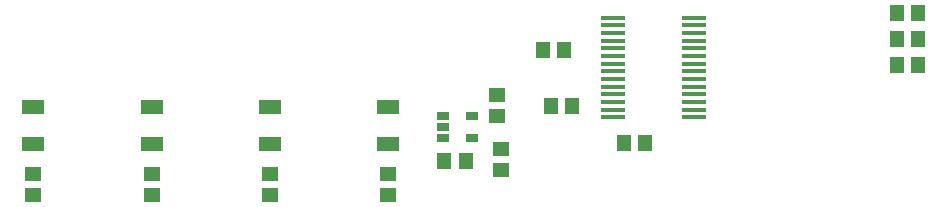
<source format=gtp>
%FSTAX24Y24*%
%MOIN*%
G70*
G01*
G75*
G04 Layer_Color=8421504*
%ADD10R,0.0532X0.0472*%
%ADD11R,0.0728X0.0472*%
%ADD12R,0.0472X0.0532*%
%ADD13R,0.0807X0.0157*%
%ADD14R,0.0433X0.0256*%
%ADD15R,0.0472X0.0551*%
%ADD16R,0.0551X0.0472*%
%ADD17C,0.0100*%
%ADD18C,0.0200*%
G04:AMPARAMS|DCode=19|XSize=78.7mil|YSize=60mil|CornerRadius=0mil|HoleSize=0mil|Usage=FLASHONLY|Rotation=0.000|XOffset=0mil|YOffset=0mil|HoleType=Round|Shape=Octagon|*
%AMOCTAGOND19*
4,1,8,0.0394,-0.0150,0.0394,0.0150,0.0244,0.0300,-0.0244,0.0300,-0.0394,0.0150,-0.0394,-0.0150,-0.0244,-0.0300,0.0244,-0.0300,0.0394,-0.0150,0.0*
%
%ADD19OCTAGOND19*%

%ADD20C,0.0600*%
%ADD21R,0.0591X0.0591*%
%ADD22C,0.0591*%
%ADD23R,0.0591X0.0591*%
%ADD24C,0.0984*%
%ADD25R,0.0984X0.0984*%
%ADD26C,0.0320*%
%ADD27R,0.0551X0.0236*%
%ADD28O,0.0276X0.0984*%
%ADD29R,0.0315X0.0374*%
%ADD30C,0.0039*%
D10*
X048563Y044104D02*
D03*
Y043395D02*
D03*
X0525Y044104D02*
D03*
Y043395D02*
D03*
X056437Y044104D02*
D03*
Y043395D02*
D03*
X060374Y044104D02*
D03*
Y043395D02*
D03*
D11*
X048563Y045082D02*
D03*
Y046341D02*
D03*
X0525Y045082D02*
D03*
Y046341D02*
D03*
X056437Y045082D02*
D03*
Y046341D02*
D03*
X060374Y045082D02*
D03*
Y046341D02*
D03*
D12*
X065807Y046348D02*
D03*
X066516D02*
D03*
X078052Y049458D02*
D03*
X077343D02*
D03*
X077343Y048592D02*
D03*
X078052D02*
D03*
D13*
X067894Y04931D02*
D03*
Y049054D02*
D03*
Y048798D02*
D03*
Y048543D02*
D03*
Y048287D02*
D03*
Y048031D02*
D03*
Y047775D02*
D03*
Y047519D02*
D03*
Y047263D02*
D03*
Y047007D02*
D03*
Y046751D02*
D03*
Y046495D02*
D03*
Y046239D02*
D03*
Y045983D02*
D03*
X070571Y04931D02*
D03*
Y049054D02*
D03*
Y048798D02*
D03*
Y048543D02*
D03*
Y048287D02*
D03*
Y048031D02*
D03*
Y047775D02*
D03*
Y047519D02*
D03*
Y047263D02*
D03*
Y047007D02*
D03*
Y046751D02*
D03*
Y046495D02*
D03*
Y046239D02*
D03*
Y045983D02*
D03*
D14*
X062225Y046044D02*
D03*
Y04567D02*
D03*
Y045296D02*
D03*
X06317D02*
D03*
Y046044D02*
D03*
D15*
X068957Y045127D02*
D03*
X068248D02*
D03*
X066244Y048244D02*
D03*
X065536D02*
D03*
X078052Y047726D02*
D03*
X077343D02*
D03*
X062965Y044517D02*
D03*
X062256D02*
D03*
D16*
X064138Y044226D02*
D03*
Y044934D02*
D03*
X064016Y046025D02*
D03*
Y046733D02*
D03*
M02*

</source>
